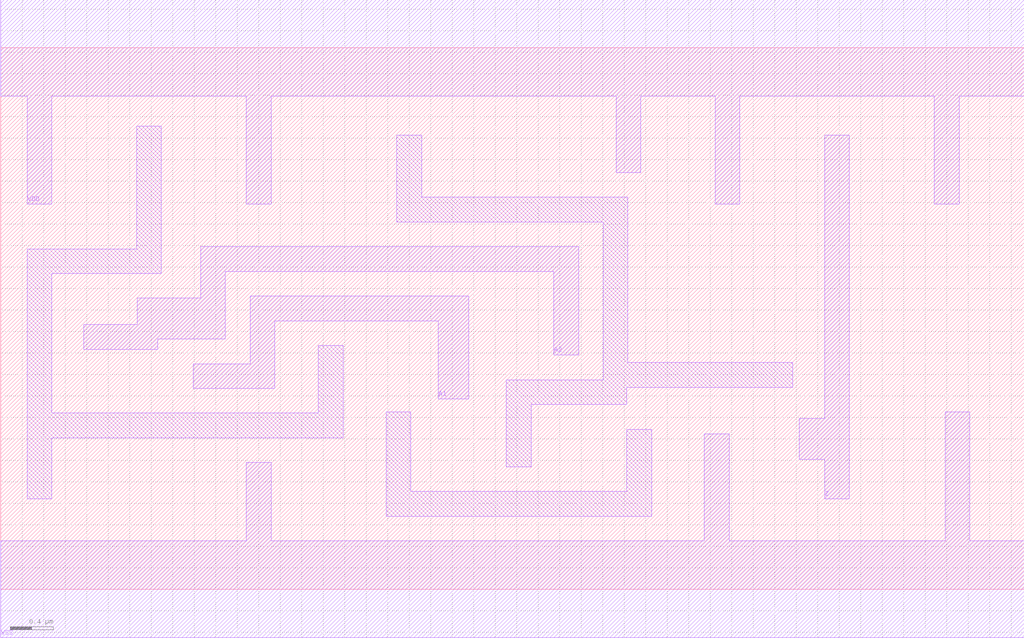
<source format=lef>
# Copyright 2022 GlobalFoundries PDK Authors
#
# Licensed under the Apache License, Version 2.0 (the "License");
# you may not use this file except in compliance with the License.
# You may obtain a copy of the License at
#
#      http://www.apache.org/licenses/LICENSE-2.0
#
# Unless required by applicable law or agreed to in writing, software
# distributed under the License is distributed on an "AS IS" BASIS,
# WITHOUT WARRANTIES OR CONDITIONS OF ANY KIND, either express or implied.
# See the License for the specific language governing permissions and
# limitations under the License.

MACRO gf180mcu_fd_sc_mcu9t5v0__xor2_2
  CLASS core ;
  FOREIGN gf180mcu_fd_sc_mcu9t5v0__xor2_2 0.0 0.0 ;
  ORIGIN 0 0 ;
  SYMMETRY X Y ;
  SITE GF018hv5v_green_sc9 ;
  SIZE 9.52 BY 5.04 ;
  PIN A1
    DIRECTION INPUT ;
    ANTENNAGATEAREA 2.5605 ;
    PORT
      LAYER Metal1 ;
        POLYGON 1.79 1.87 2.55 1.87 2.55 2.5 3.185 2.5 4.07 2.5 4.07 1.77 4.355 1.77 4.355 2.73 3.185 2.73 2.32 2.73 2.32 2.1 1.79 2.1  ;
    END
  END A1
  PIN A2
    DIRECTION INPUT ;
    ANTENNAGATEAREA 2.5605 ;
    PORT
      LAYER Metal1 ;
        POLYGON 0.77 2.235 1.46 2.235 1.46 2.33 2.09 2.33 2.09 2.96 3.185 2.96 5.145 2.96 5.145 2.18 5.375 2.18 5.375 3.19 3.185 3.19 1.86 3.19 1.86 2.71 1.27 2.71 1.27 2.465 0.77 2.465  ;
    END
  END A2
  PIN Z
    DIRECTION OUTPUT ;
    ANTENNADIFFAREA 1.638 ;
    PORT
      LAYER Metal1 ;
        POLYGON 7.43 1.21 7.665 1.21 7.665 0.84 7.895 0.84 7.895 4.23 7.665 4.23 7.665 1.59 7.43 1.59  ;
    END
  END Z
  PIN VDD
    DIRECTION INOUT ;
    USE power ;
    SHAPE ABUTMENT ;
    PORT
      LAYER Metal1 ;
        POLYGON 0 4.59 0.245 4.59 0.245 3.585 0.475 3.585 0.475 4.59 2.285 4.59 2.285 3.585 2.515 3.585 2.515 4.59 3.185 4.59 5.725 4.59 5.725 3.88 5.955 3.88 5.955 4.59 6.645 4.59 6.645 3.585 6.875 3.585 6.875 4.59 7.37 4.59 8.685 4.59 8.685 3.585 8.915 3.585 8.915 4.59 9.52 4.59 9.52 5.49 7.37 5.49 3.185 5.49 0 5.49  ;
    END
  END VDD
  PIN VSS
    DIRECTION INOUT ;
    USE ground ;
    SHAPE ABUTMENT ;
    PORT
      LAYER Metal1 ;
        POLYGON 0 -0.45 9.52 -0.45 9.52 0.45 9.015 0.45 9.015 1.65 8.785 1.65 8.785 0.45 6.775 0.45 6.775 1.445 6.545 1.445 6.545 0.45 2.515 0.45 2.515 1.18 2.285 1.18 2.285 0.45 0 0.45  ;
    END
  END VSS
  OBS
      LAYER Metal1 ;
        POLYGON 0.245 0.84 0.475 0.84 0.475 1.41 3.185 1.41 3.185 2.27 2.955 2.27 2.955 1.64 0.475 1.64 0.475 2.94 1.495 2.94 1.495 4.31 1.265 4.31 1.265 3.17 0.245 3.17  ;
        POLYGON 3.585 0.68 6.055 0.68 6.055 1.49 5.825 1.49 5.825 0.91 3.815 0.91 3.815 1.65 3.585 1.65  ;
        POLYGON 3.685 3.42 5.605 3.42 5.605 1.95 4.705 1.95 4.705 1.14 4.935 1.14 4.935 1.72 5.825 1.72 5.825 1.88 7.37 1.88 7.37 2.11 5.835 2.11 5.835 3.65 3.915 3.65 3.915 4.23 3.685 4.23  ;
  END
END gf180mcu_fd_sc_mcu9t5v0__xor2_2

</source>
